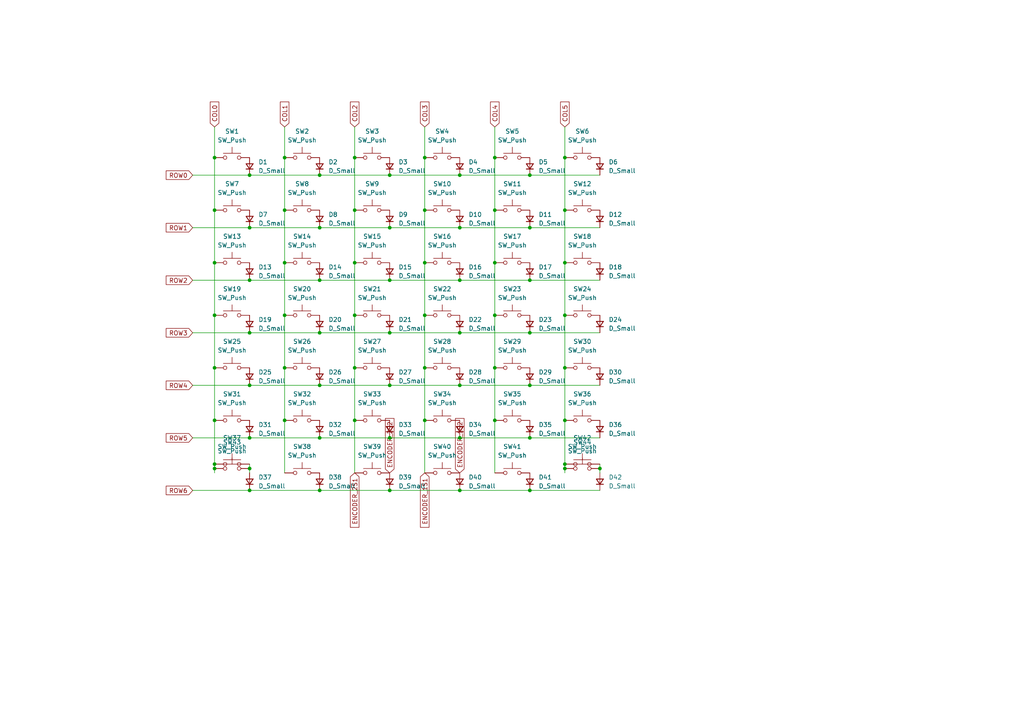
<source format=kicad_sch>
(kicad_sch (version 20230121) (generator eeschema)
  (paper "A4")
  (lib_symbols
    (symbol "Device:D_Small" (pin_numbers hide) (pin_names (offset 0.254) hide)
      (property "Reference" "D" (at -1.27 2.032 0))
      (property "Value" "D_Small" (at -3.81 -2.032 0))
      (symbol "D_Small_0_1"
        (polyline (pts (xy -0.762 -1.016) (xy -0.762 1.016)) (stroke (width 0.254)))
        (polyline (pts (xy -0.762 0) (xy 0.762 0)))
        (polyline (pts (xy 0.762 -1.016) (xy -0.762 0) (xy 0.762 1.016) (xy 0.762 -1.016)) (stroke (width 0.254)))
      )
      (symbol "D_Small_1_1"
        (pin passive line (at -2.54 0 0) (length 1.778) (name "K") (number "1"))
        (pin passive line (at 2.54 0 180) (length 1.778) (name "A") (number "2"))
      )
    )
    (symbol "Switch:SW_Push" (pin_numbers hide) (pin_names (offset 1.016) hide)
      (property "Reference" "SW" (at 1.27 2.54 0))
      (property "Value" "SW_Push" (at 0 -1.524 0))
      (symbol "SW_Push_0_1"
        (circle (center -2.032 0) (radius 0.508))
        (polyline (pts (xy 0 1.27) (xy 0 3.048)))
        (polyline (pts (xy 2.54 1.27) (xy -2.54 1.27)))
        (circle (center 2.032 0) (radius 0.508))
        (pin passive line (at -5.08 0 0) (length 2.54) (name "1") (number "1"))
        (pin passive line (at 5.08 0 180) (length 2.54) (name "2") (number "2"))
      )
    )
  )
  (junction (at 82.55 91.44))
  (junction (at 72.39 50.8))
  (junction (at 72.39 127))
  (junction (at 163.83 135.89))
  (junction (at 92.71 111.76))
  (junction (at 163.83 134.62))
  (junction (at 163.83 45.72))
  (junction (at 92.71 81.28))
  (junction (at 143.51 121.92))
  (junction (at 163.83 121.92))
  (junction (at 102.87 45.72))
  (junction (at 173.99 135.89))
  (junction (at 133.35 50.8))
  (junction (at 102.87 91.44))
  (junction (at 62.23 135.89))
  (junction (at 72.39 135.89))
  (junction (at 163.83 60.96))
  (junction (at 143.51 106.68))
  (junction (at 102.87 121.92))
  (junction (at 62.23 106.68))
  (junction (at 123.19 76.2))
  (junction (at 92.71 142.24))
  (junction (at 92.71 50.8))
  (junction (at 143.51 60.96))
  (junction (at 102.87 60.96))
  (junction (at 153.67 142.24))
  (junction (at 143.51 45.72))
  (junction (at 92.71 127))
  (junction (at 133.35 111.76))
  (junction (at 153.67 127))
  (junction (at 153.67 66.04))
  (junction (at 133.35 142.24))
  (junction (at 72.39 96.52))
  (junction (at 102.87 76.2))
  (junction (at 163.83 91.44))
  (junction (at 133.35 96.52))
  (junction (at 113.03 96.52))
  (junction (at 153.67 111.76))
  (junction (at 82.55 45.72))
  (junction (at 62.23 45.72))
  (junction (at 62.23 76.2))
  (junction (at 62.23 91.44))
  (junction (at 163.83 76.2))
  (junction (at 62.23 60.96))
  (junction (at 113.03 111.76))
  (junction (at 123.19 91.44))
  (junction (at 62.23 121.92))
  (junction (at 153.67 81.28))
  (junction (at 82.55 106.68))
  (junction (at 113.03 66.04))
  (junction (at 123.19 106.68))
  (junction (at 123.19 60.96))
  (junction (at 113.03 127))
  (junction (at 143.51 91.44))
  (junction (at 72.39 111.76))
  (junction (at 153.67 50.8))
  (junction (at 113.03 142.24))
  (junction (at 123.19 121.92))
  (junction (at 133.35 127))
  (junction (at 62.23 134.62))
  (junction (at 72.39 142.24))
  (junction (at 72.39 81.28))
  (junction (at 82.55 76.2))
  (junction (at 163.83 106.68))
  (junction (at 92.71 96.52))
  (junction (at 92.71 66.04))
  (junction (at 82.55 121.92))
  (junction (at 113.03 81.28))
  (junction (at 133.35 81.28))
  (junction (at 72.39 66.04))
  (junction (at 143.51 76.2))
  (junction (at 133.35 66.04))
  (junction (at 113.03 50.8))
  (junction (at 123.19 45.72))
  (junction (at 102.87 106.68))
  (junction (at 153.67 96.52))
  (junction (at 82.55 60.96))
  (wire (pts (xy 163.83 36.83) (xy 163.83 45.72)))
  (wire (pts (xy 153.67 66.04) (xy 173.99 66.04)))
  (wire (pts (xy 163.83 134.62) (xy 163.83 135.89)))
  (wire (pts (xy 92.71 142.24) (xy 113.03 142.24)))
  (wire (pts (xy 82.55 106.68) (xy 82.55 121.92)))
  (wire (pts (xy 62.23 76.2) (xy 62.23 91.44)))
  (wire (pts (xy 92.71 96.52) (xy 113.03 96.52)))
  (wire (pts (xy 153.67 96.52) (xy 173.99 96.52)))
  (wire (pts (xy 143.51 45.72) (xy 143.51 60.96)))
  (wire (pts (xy 102.87 106.68) (xy 102.87 121.92)))
  (wire (pts (xy 153.67 127) (xy 173.99 127)))
  (wire (pts (xy 163.83 135.89) (xy 163.83 137.16)))
  (wire (pts (xy 62.23 91.44) (xy 62.23 106.68)))
  (wire (pts (xy 163.83 106.68) (xy 163.83 121.92)))
  (wire (pts (xy 123.19 121.92) (xy 123.19 137.16)))
  (wire (pts (xy 92.71 50.8) (xy 113.03 50.8)))
  (wire (pts (xy 55.88 127) (xy 72.39 127)))
  (wire (pts (xy 102.87 45.72) (xy 102.87 60.96)))
  (wire (pts (xy 62.23 134.62) (xy 62.23 135.89)))
  (wire (pts (xy 82.55 76.2) (xy 82.55 91.44)))
  (wire (pts (xy 173.99 135.89) (xy 173.99 137.16)))
  (wire (pts (xy 72.39 66.04) (xy 92.71 66.04)))
  (wire (pts (xy 133.35 96.52) (xy 153.67 96.52)))
  (wire (pts (xy 133.35 142.24) (xy 153.67 142.24)))
  (wire (pts (xy 143.51 121.92) (xy 143.51 137.16)))
  (wire (pts (xy 82.55 60.96) (xy 82.55 76.2)))
  (wire (pts (xy 143.51 106.68) (xy 143.51 121.92)))
  (wire (pts (xy 133.35 50.8) (xy 153.67 50.8)))
  (wire (pts (xy 113.03 142.24) (xy 133.35 142.24)))
  (wire (pts (xy 133.35 111.76) (xy 153.67 111.76)))
  (wire (pts (xy 55.88 96.52) (xy 72.39 96.52)))
  (wire (pts (xy 153.67 111.76) (xy 173.99 111.76)))
  (wire (pts (xy 143.51 36.83) (xy 143.51 45.72)))
  (wire (pts (xy 72.39 127) (xy 92.71 127)))
  (wire (pts (xy 143.51 91.44) (xy 143.51 106.68)))
  (wire (pts (xy 163.83 91.44) (xy 163.83 106.68)))
  (wire (pts (xy 92.71 111.76) (xy 113.03 111.76)))
  (wire (pts (xy 113.03 127) (xy 133.35 127)))
  (wire (pts (xy 133.35 81.28) (xy 153.67 81.28)))
  (wire (pts (xy 62.23 135.89) (xy 62.23 137.16)))
  (wire (pts (xy 163.83 76.2) (xy 163.83 91.44)))
  (wire (pts (xy 62.23 45.72) (xy 62.23 60.96)))
  (wire (pts (xy 72.39 81.28) (xy 92.71 81.28)))
  (wire (pts (xy 133.35 66.04) (xy 153.67 66.04)))
  (wire (pts (xy 55.88 81.28) (xy 72.39 81.28)))
  (wire (pts (xy 72.39 111.76) (xy 92.71 111.76)))
  (wire (pts (xy 82.55 121.92) (xy 82.55 137.16)))
  (wire (pts (xy 62.23 106.68) (xy 62.23 121.92)))
  (wire (pts (xy 163.83 60.96) (xy 163.83 76.2)))
  (wire (pts (xy 62.23 60.96) (xy 62.23 76.2)))
  (wire (pts (xy 72.39 96.52) (xy 92.71 96.52)))
  (wire (pts (xy 113.03 50.8) (xy 133.35 50.8)))
  (wire (pts (xy 153.67 50.8) (xy 173.99 50.8)))
  (wire (pts (xy 82.55 91.44) (xy 82.55 106.68)))
  (wire (pts (xy 123.19 36.83) (xy 123.19 45.72)))
  (wire (pts (xy 163.83 121.92) (xy 163.83 134.62)))
  (wire (pts (xy 55.88 111.76) (xy 72.39 111.76)))
  (wire (pts (xy 123.19 45.72) (xy 123.19 60.96)))
  (wire (pts (xy 123.19 91.44) (xy 123.19 106.68)))
  (wire (pts (xy 82.55 45.72) (xy 82.55 60.96)))
  (wire (pts (xy 72.39 134.62) (xy 72.39 135.89)))
  (wire (pts (xy 55.88 50.8) (xy 72.39 50.8)))
  (wire (pts (xy 113.03 81.28) (xy 133.35 81.28)))
  (wire (pts (xy 163.83 45.72) (xy 163.83 60.96)))
  (wire (pts (xy 123.19 76.2) (xy 123.19 91.44)))
  (wire (pts (xy 102.87 36.83) (xy 102.87 45.72)))
  (wire (pts (xy 62.23 121.92) (xy 62.23 134.62)))
  (wire (pts (xy 123.19 60.96) (xy 123.19 76.2)))
  (wire (pts (xy 173.99 134.62) (xy 173.99 135.89)))
  (wire (pts (xy 55.88 142.24) (xy 72.39 142.24)))
  (wire (pts (xy 55.88 66.04) (xy 72.39 66.04)))
  (wire (pts (xy 153.67 81.28) (xy 173.99 81.28)))
  (wire (pts (xy 153.67 142.24) (xy 173.99 142.24)))
  (wire (pts (xy 72.39 142.24) (xy 92.71 142.24)))
  (wire (pts (xy 82.55 36.83) (xy 82.55 45.72)))
  (wire (pts (xy 102.87 121.92) (xy 102.87 137.16)))
  (wire (pts (xy 92.71 81.28) (xy 113.03 81.28)))
  (wire (pts (xy 143.51 60.96) (xy 143.51 76.2)))
  (wire (pts (xy 102.87 91.44) (xy 102.87 106.68)))
  (wire (pts (xy 113.03 66.04) (xy 133.35 66.04)))
  (wire (pts (xy 102.87 60.96) (xy 102.87 76.2)))
  (wire (pts (xy 143.51 76.2) (xy 143.51 91.44)))
  (wire (pts (xy 72.39 50.8) (xy 92.71 50.8)))
  (wire (pts (xy 92.71 66.04) (xy 113.03 66.04)))
  (wire (pts (xy 123.19 106.68) (xy 123.19 121.92)))
  (wire (pts (xy 102.87 76.2) (xy 102.87 91.44)))
  (wire (pts (xy 62.23 36.83) (xy 62.23 45.72)))
  (wire (pts (xy 92.71 127) (xy 113.03 127)))
  (wire (pts (xy 113.03 96.52) (xy 133.35 96.52)))
  (wire (pts (xy 72.39 135.89) (xy 72.39 137.16)))
  (wire (pts (xy 133.35 127) (xy 153.67 127)))
  (wire (pts (xy 113.03 111.76) (xy 133.35 111.76)))
  (global_label "ROW5" (shape input) (at 55.88 127 180) (property "Intersheetrefs" "${INTERSHEET_REFS}" (effects hide)))
  (global_label "ENCODER_2S2" (shape input) (at 113.03 137.16 90) (property "Intersheetrefs" "${INTERSHEET_REFS}" (effects hide)))
  (global_label "COL0" (shape input) (at 62.23 36.83 90) (property "Intersheetrefs" "${INTERSHEET_REFS}" (effects hide)))
  (global_label "COL3" (shape input) (at 123.19 36.83 90) (property "Intersheetrefs" "${INTERSHEET_REFS}" (effects hide)))
  (global_label "ROW1" (shape input) (at 55.88 66.04 180) (property "Intersheetrefs" "${INTERSHEET_REFS}" (effects hide)))
  (global_label "COL2" (shape input) (at 102.87 36.83 90) (property "Intersheetrefs" "${INTERSHEET_REFS}" (effects hide)))
  (global_label "ROW6" (shape input) (at 55.88 142.24 180) (property "Intersheetrefs" "${INTERSHEET_REFS}" (effects hide)))
  (global_label "ENCODER_1S2" (shape input) (at 133.35 137.16 90) (property "Intersheetrefs" "${INTERSHEET_REFS}" (effects hide)))
  (global_label "ROW0" (shape input) (at 55.88 50.8 180) (property "Intersheetrefs" "${INTERSHEET_REFS}" (effects hide)))
  (global_label "COL1" (shape input) (at 82.55 36.83 90) (property "Intersheetrefs" "${INTERSHEET_REFS}" (effects hide)))
  (global_label "COL4" (shape input) (at 143.51 36.83 90) (property "Intersheetrefs" "${INTERSHEET_REFS}" (effects hide)))
  (global_label "COL5" (shape input) (at 163.83 36.83 90) (property "Intersheetrefs" "${INTERSHEET_REFS}" (effects hide)))
  (global_label "ENCODER_2S1" (shape input) (at 102.87 137.16 270) (property "Intersheetrefs" "${INTERSHEET_REFS}" (effects hide)))
  (global_label "ROW2" (shape input) (at 55.88 81.28 180) (property "Intersheetrefs" "${INTERSHEET_REFS}" (effects hide)))
  (global_label "ENCODER_1S1" (shape input) (at 123.19 137.16 270) (property "Intersheetrefs" "${INTERSHEET_REFS}" (effects hide)))
  (global_label "ROW4" (shape input) (at 55.88 111.76 180) (property "Intersheetrefs" "${INTERSHEET_REFS}" (effects hide)))
  (global_label "ROW3" (shape input) (at 55.88 96.52 180) (property "Intersheetrefs" "${INTERSHEET_REFS}" (effects hide)))
  (symbol (lib_id "Switch:SW_Push") (at 107.95 121.92 0) (unit 1)
    (property "Reference" "SW33" (at 107.95 114.3 0))
    (property "Value" "SW_Push" (at 107.95 116.84 0))
    (property "Footprint" "MX_Only:MXOnly-1U-NoLED" (effects hide))
  )
  (symbol (lib_id "Switch:SW_Push") (at 107.95 45.72 0) (unit 1)
    (property "Reference" "SW3" (at 107.95 38.1 0))
    (property "Value" "SW_Push" (at 107.95 40.64 0))
    (property "Footprint" "MX_Only:MXOnly-1U-NoLED" (effects hide))
  )
  (symbol (lib_id "Switch:SW_Push") (at 148.59 121.92 0) (unit 1)
    (property "Reference" "SW35" (at 148.59 114.3 0))
    (property "Value" "SW_Push" (at 148.59 116.84 0))
    (property "Footprint" "MX_Only:MXOnly-1U-NoLED" (effects hide))
  )
  (symbol (lib_id "Switch:SW_Push") (at 148.59 76.2 0) (unit 1)
    (property "Reference" "SW17" (at 148.59 68.58 0))
    (property "Value" "SW_Push" (at 148.59 71.12 0))
    (property "Footprint" "MX_Only:MXOnly-1U-NoLED" (effects hide))
  )
  (symbol (lib_id "Switch:SW_Push") (at 128.27 76.2 0) (unit 1)
    (property "Reference" "SW16" (at 128.27 68.58 0))
    (property "Value" "SW_Push" (at 128.27 71.12 0))
    (property "Footprint" "MX_Only:MXOnly-1U-NoLED" (effects hide))
  )
  (symbol (lib_id "Device:D_Small") (at 153.67 63.5 90) (unit 1)
    (property "Reference" "D11" (at 156.21 62.23 90) (effects (justify right)))
    (property "Value" "D_Small" (at 156.21 64.77 90) (effects (justify right)))
    (property "Footprint" "acheron_Components:D_SOD-123" (effects hide))
    (property "Sim.Device" "D" (effects hide))
    (property "Sim.Pins" "1=K 2=A" (effects hide))
  )
  (symbol (lib_id "Switch:SW_Push") (at 67.31 106.68 0) (unit 1)
    (property "Reference" "SW25" (at 67.31 99.06 0))
    (property "Value" "SW_Push" (at 67.31 101.6 0))
    (property "Footprint" "MX_Only:MXOnly-1U-NoLED" (effects hide))
  )
  (symbol (lib_id "Switch:SW_Push") (at 168.91 91.44 0) (unit 1)
    (property "Reference" "SW24" (at 168.91 83.82 0))
    (property "Value" "SW_Push" (at 168.91 86.36 0))
    (property "Footprint" "MX_Only:MXOnly-1U-NoLED" (effects hide))
  )
  (symbol (lib_id "Device:D_Small") (at 92.71 93.98 90) (unit 1)
    (property "Reference" "D20" (at 95.25 92.71 90) (effects (justify right)))
    (property "Value" "D_Small" (at 95.25 95.25 90) (effects (justify right)))
    (property "Footprint" "acheron_Components:D_SOD-123" (effects hide))
    (property "Sim.Device" "D" (effects hide))
    (property "Sim.Pins" "1=K 2=A" (effects hide))
  )
  (symbol (lib_id "Device:D_Small") (at 113.03 124.46 90) (unit 1)
    (property "Reference" "D33" (at 115.57 123.19 90) (effects (justify right)))
    (property "Value" "D_Small" (at 115.57 125.73 90) (effects (justify right)))
    (property "Footprint" "acheron_Components:D_SOD-123" (effects hide))
    (property "Sim.Device" "D" (effects hide))
    (property "Sim.Pins" "1=K 2=A" (effects hide))
  )
  (symbol (lib_id "Switch:SW_Push") (at 128.27 106.68 0) (unit 1)
    (property "Reference" "SW28" (at 128.27 99.06 0))
    (property "Value" "SW_Push" (at 128.27 101.6 0))
    (property "Footprint" "MX_Only:MXOnly-1U-NoLED" (effects hide))
  )
  (symbol (lib_id "Device:D_Small") (at 113.03 139.7 90) (unit 1)
    (property "Reference" "D39" (at 115.57 138.43 90) (effects (justify right)))
    (property "Value" "D_Small" (at 115.57 140.97 90) (effects (justify right)))
    (property "Footprint" "acheron_Components:D_SOD-123" (effects hide))
    (property "Sim.Device" "D" (effects hide))
    (property "Sim.Pins" "1=K 2=A" (effects hide))
  )
  (symbol (lib_id "Device:D_Small") (at 92.71 48.26 90) (unit 1)
    (property "Reference" "D2" (at 95.25 46.99 90) (effects (justify right)))
    (property "Value" "D_Small" (at 95.25 49.53 90) (effects (justify right)))
    (property "Footprint" "acheron_Components:D_SOD-123" (effects hide))
    (property "Sim.Device" "D" (effects hide))
    (property "Sim.Pins" "1=K 2=A" (effects hide))
  )
  (symbol (lib_id "Device:D_Small") (at 92.71 63.5 90) (unit 1)
    (property "Reference" "D8" (at 95.25 62.23 90) (effects (justify right)))
    (property "Value" "D_Small" (at 95.25 64.77 90) (effects (justify right)))
    (property "Footprint" "acheron_Components:D_SOD-123" (effects hide))
    (property "Sim.Device" "D" (effects hide))
    (property "Sim.Pins" "1=K 2=A" (effects hide))
  )
  (symbol (lib_id "Switch:SW_Push") (at 107.95 76.2 0) (unit 1)
    (property "Reference" "SW15" (at 107.95 68.58 0))
    (property "Value" "SW_Push" (at 107.95 71.12 0))
    (property "Footprint" "MX_Only:MXOnly-1U-NoLED" (effects hide))
  )
  (symbol (lib_id "Switch:SW_Push") (at 67.31 60.96 0) (unit 1)
    (property "Reference" "SW7" (at 67.31 53.34 0))
    (property "Value" "SW_Push" (at 67.31 55.88 0))
    (property "Footprint" "MX_Only:MXOnly-1U-NoLED" (effects hide))
  )
  (symbol (lib_id "Device:D_Small") (at 113.03 109.22 90) (unit 1)
    (property "Reference" "D27" (at 115.57 107.95 90) (effects (justify right)))
    (property "Value" "D_Small" (at 115.57 110.49 90) (effects (justify right)))
    (property "Footprint" "acheron_Components:D_SOD-123" (effects hide))
    (property "Sim.Device" "D" (effects hide))
    (property "Sim.Pins" "1=K 2=A" (effects hide))
  )
  (symbol (lib_id "Device:D_Small") (at 72.39 93.98 90) (unit 1)
    (property "Reference" "D19" (at 74.93 92.71 90) (effects (justify right)))
    (property "Value" "D_Small" (at 74.93 95.25 90) (effects (justify right)))
    (property "Footprint" "acheron_Components:D_SOD-123" (effects hide))
    (property "Sim.Device" "D" (effects hide))
    (property "Sim.Pins" "1=K 2=A" (effects hide))
  )
  (symbol (lib_id "Switch:SW_Push") (at 87.63 91.44 0) (unit 1)
    (property "Reference" "SW20" (at 87.63 83.82 0))
    (property "Value" "SW_Push" (at 87.63 86.36 0))
    (property "Footprint" "MX_Only:MXOnly-1U-NoLED" (effects hide))
  )
  (symbol (lib_id "Device:D_Small") (at 153.67 48.26 90) (unit 1)
    (property "Reference" "D5" (at 156.21 46.99 90) (effects (justify right)))
    (property "Value" "D_Small" (at 156.21 49.53 90) (effects (justify right)))
    (property "Footprint" "acheron_Components:D_SOD-123" (effects hide))
    (property "Sim.Device" "D" (effects hide))
    (property "Sim.Pins" "1=K 2=A" (effects hide))
  )
  (symbol (lib_id "Device:D_Small") (at 173.99 109.22 90) (unit 1)
    (property "Reference" "D30" (at 176.53 107.95 90) (effects (justify right)))
    (property "Value" "D_Small" (at 176.53 110.49 90) (effects (justify right)))
    (property "Footprint" "acheron_Components:D_SOD-123" (effects hide))
    (property "Sim.Device" "D" (effects hide))
    (property "Sim.Pins" "1=K 2=A" (effects hide))
  )
  (symbol (lib_id "Switch:SW_Push") (at 107.95 137.16 0) (unit 1)
    (property "Reference" "SW39" (at 107.95 129.54 0))
    (property "Value" "SW_Push" (at 107.95 132.08 0))
    (property "Footprint" "MX_Only:MXOnly-1U-NoLED" (effects hide))
  )
  (symbol (lib_id "Switch:SW_Push") (at 168.91 134.62 0) (unit 1)
    (property "Reference" "SW42" (at 168.91 127 0))
    (property "Value" "SW_Push" (at 168.91 129.54 0))
    (property "Footprint" "MX_Only:MXOnly-1.25U-NoLED" (effects hide))
  )
  (symbol (lib_id "Device:D_Small") (at 173.99 48.26 90) (unit 1)
    (property "Reference" "D6" (at 176.53 46.99 90) (effects (justify right)))
    (property "Value" "D_Small" (at 176.53 49.53 90) (effects (justify right)))
    (property "Footprint" "acheron_Components:D_SOD-123" (effects hide))
    (property "Sim.Device" "D" (effects hide))
    (property "Sim.Pins" "1=K 2=A" (effects hide))
  )
  (symbol (lib_id "Device:D_Small") (at 72.39 63.5 90) (unit 1)
    (property "Reference" "D7" (at 74.93 62.23 90) (effects (justify right)))
    (property "Value" "D_Small" (at 74.93 64.77 90) (effects (justify right)))
    (property "Footprint" "acheron_Components:D_SOD-123" (effects hide))
    (property "Sim.Device" "D" (effects hide))
    (property "Sim.Pins" "1=K 2=A" (effects hide))
  )
  (symbol (lib_id "Switch:SW_Push") (at 148.59 137.16 0) (unit 1)
    (property "Reference" "SW41" (at 148.59 129.54 0))
    (property "Value" "SW_Push" (at 148.59 132.08 0))
    (property "Footprint" "MX_Only:MXOnly-1U-NoLED" (effects hide))
  )
  (symbol (lib_id "Device:D_Small") (at 173.99 63.5 90) (unit 1)
    (property "Reference" "D12" (at 176.53 62.23 90) (effects (justify right)))
    (property "Value" "D_Small" (at 176.53 64.77 90) (effects (justify right)))
    (property "Footprint" "acheron_Components:D_SOD-123" (effects hide))
    (property "Sim.Device" "D" (effects hide))
    (property "Sim.Pins" "1=K 2=A" (effects hide))
  )
  (symbol (lib_id "Switch:SW_Push") (at 128.27 45.72 0) (unit 1)
    (property "Reference" "SW4" (at 128.27 38.1 0))
    (property "Value" "SW_Push" (at 128.27 40.64 0))
    (property "Footprint" "MX_Only:MXOnly-1U-NoLED" (effects hide))
  )
  (symbol (lib_id "Switch:SW_Push") (at 87.63 76.2 0) (unit 1)
    (property "Reference" "SW14" (at 87.63 68.58 0))
    (property "Value" "SW_Push" (at 87.63 71.12 0))
    (property "Footprint" "MX_Only:MXOnly-1U-NoLED" (effects hide))
  )
  (symbol (lib_id "Switch:SW_Push") (at 148.59 45.72 0) (unit 1)
    (property "Reference" "SW5" (at 148.59 38.1 0))
    (property "Value" "SW_Push" (at 148.59 40.64 0))
    (property "Footprint" "MX_Only:MXOnly-1U-NoLED" (effects hide))
  )
  (symbol (lib_id "Device:D_Small") (at 133.35 139.7 90) (unit 1)
    (property "Reference" "D40" (at 135.89 138.43 90) (effects (justify right)))
    (property "Value" "D_Small" (at 135.89 140.97 90) (effects (justify right)))
    (property "Footprint" "acheron_Components:D_SOD-123" (effects hide))
    (property "Sim.Device" "D" (effects hide))
    (property "Sim.Pins" "1=K 2=A" (effects hide))
  )
  (symbol (lib_id "Device:D_Small") (at 72.39 48.26 90) (unit 1)
    (property "Reference" "D1" (at 74.93 46.99 90) (effects (justify right)))
    (property "Value" "D_Small" (at 74.93 49.53 90) (effects (justify right)))
    (property "Footprint" "acheron_Components:D_SOD-123" (effects hide))
    (property "Sim.Device" "D" (effects hide))
    (property "Sim.Pins" "1=K 2=A" (effects hide))
  )
  (symbol (lib_id "Device:D_Small") (at 113.03 63.5 90) (unit 1)
    (property "Reference" "D9" (at 115.57 62.23 90) (effects (justify right)))
    (property "Value" "D_Small" (at 115.57 64.77 90) (effects (justify right)))
    (property "Footprint" "acheron_Components:D_SOD-123" (effects hide))
    (property "Sim.Device" "D" (effects hide))
    (property "Sim.Pins" "1=K 2=A" (effects hide))
  )
  (symbol (lib_id "Device:D_Small") (at 113.03 93.98 90) (unit 1)
    (property "Reference" "D21" (at 115.57 92.71 90) (effects (justify right)))
    (property "Value" "D_Small" (at 115.57 95.25 90) (effects (justify right)))
    (property "Footprint" "acheron_Components:D_SOD-123" (effects hide))
    (property "Sim.Device" "D" (effects hide))
    (property "Sim.Pins" "1=K 2=A" (effects hide))
  )
  (symbol (lib_id "Device:D_Small") (at 133.35 109.22 90) (unit 1)
    (property "Reference" "D28" (at 135.89 107.95 90) (effects (justify right)))
    (property "Value" "D_Small" (at 135.89 110.49 90) (effects (justify right)))
    (property "Footprint" "acheron_Components:D_SOD-123" (effects hide))
    (property "Sim.Device" "D" (effects hide))
    (property "Sim.Pins" "1=K 2=A" (effects hide))
  )
  (symbol (lib_id "Switch:SW_Push") (at 128.27 137.16 0) (unit 1)
    (property "Reference" "SW40" (at 128.27 129.54 0))
    (property "Value" "SW_Push" (at 128.27 132.08 0))
    (property "Footprint" "MX_Only:MXOnly-1U-NoLED" (effects hide))
  )
  (symbol (lib_id "Device:D_Small") (at 133.35 78.74 90) (unit 1)
    (property "Reference" "D16" (at 135.89 77.47 90) (effects (justify right)))
    (property "Value" "D_Small" (at 135.89 80.01 90) (effects (justify right)))
    (property "Footprint" "acheron_Components:D_SOD-123" (effects hide))
    (property "Sim.Device" "D" (effects hide))
    (property "Sim.Pins" "1=K 2=A" (effects hide))
  )
  (symbol (lib_id "Device:D_Small") (at 72.39 124.46 90) (unit 1)
    (property "Reference" "D31" (at 74.93 123.19 90) (effects (justify right)))
    (property "Value" "D_Small" (at 74.93 125.73 90) (effects (justify right)))
    (property "Footprint" "acheron_Components:D_SOD-123" (effects hide))
    (property "Sim.Device" "D" (effects hide))
    (property "Sim.Pins" "1=K 2=A" (effects hide))
  )
  (symbol (lib_id "Device:D_Small") (at 72.39 139.7 90) (unit 1)
    (property "Reference" "D37" (at 74.93 138.43 90) (effects (justify right)))
    (property "Value" "D_Small" (at 74.93 140.97 90) (effects (justify right)))
    (property "Footprint" "acheron_Components:D_SOD-123" (effects hide))
    (property "Sim.Device" "D" (effects hide))
    (property "Sim.Pins" "1=K 2=A" (effects hide))
  )
  (symbol (lib_id "Switch:SW_Push") (at 107.95 91.44 0) (unit 1)
    (property "Reference" "SW21" (at 107.95 83.82 0))
    (property "Value" "SW_Push" (at 107.95 86.36 0))
    (property "Footprint" "MX_Only:MXOnly-1U-NoLED" (effects hide))
  )
  (symbol (lib_id "Switch:SW_Push") (at 128.27 91.44 0) (unit 1)
    (property "Reference" "SW22" (at 128.27 83.82 0))
    (property "Value" "SW_Push" (at 128.27 86.36 0))
    (property "Footprint" "MX_Only:MXOnly-1U-NoLED" (effects hide))
  )
  (symbol (lib_id "Switch:SW_Push") (at 107.95 106.68 0) (unit 1)
    (property "Reference" "SW27" (at 107.95 99.06 0))
    (property "Value" "SW_Push" (at 107.95 101.6 0))
    (property "Footprint" "MX_Only:MXOnly-1U-NoLED" (effects hide))
  )
  (symbol (lib_id "Device:D_Small") (at 133.35 63.5 90) (unit 1)
    (property "Reference" "D10" (at 135.89 62.23 90) (effects (justify right)))
    (property "Value" "D_Small" (at 135.89 64.77 90) (effects (justify right)))
    (property "Footprint" "acheron_Components:D_SOD-123" (effects hide))
    (property "Sim.Device" "D" (effects hide))
    (property "Sim.Pins" "1=K 2=A" (effects hide))
  )
  (symbol (lib_id "Device:D_Small") (at 173.99 78.74 90) (unit 1)
    (property "Reference" "D18" (at 176.53 77.47 90) (effects (justify right)))
    (property "Value" "D_Small" (at 176.53 80.01 90) (effects (justify right)))
    (property "Footprint" "acheron_Components:D_SOD-123" (effects hide))
    (property "Sim.Device" "D" (effects hide))
    (property "Sim.Pins" "1=K 2=A" (effects hide))
  )
  (symbol (lib_id "Device:D_Small") (at 72.39 78.74 90) (unit 1)
    (property "Reference" "D13" (at 74.93 77.47 90) (effects (justify right)))
    (property "Value" "D_Small" (at 74.93 80.01 90) (effects (justify right)))
    (property "Footprint" "acheron_Components:D_SOD-123" (effects hide))
    (property "Sim.Device" "D" (effects hide))
    (property "Sim.Pins" "1=K 2=A" (effects hide))
  )
  (symbol (lib_id "Device:D_Small") (at 113.03 48.26 90) (unit 1)
    (property "Reference" "D3" (at 115.57 46.99 90) (effects (justify right)))
    (property "Value" "D_Small" (at 115.57 49.53 90) (effects (justify right)))
    (property "Footprint" "acheron_Components:D_SOD-123" (effects hide))
    (property "Sim.Device" "D" (effects hide))
    (property "Sim.Pins" "1=K 2=A" (effects hide))
  )
  (symbol (lib_id "Switch:SW_Push") (at 107.95 60.96 0) (unit 1)
    (property "Reference" "SW9" (at 107.95 53.34 0))
    (property "Value" "SW_Push" (at 107.95 55.88 0))
    (property "Footprint" "MX_Only:MXOnly-1U-NoLED" (effects hide))
  )
  (symbol (lib_id "Device:D_Small") (at 153.67 139.7 90) (unit 1)
    (property "Reference" "D41" (at 156.21 138.43 90) (effects (justify right)))
    (property "Value" "D_Small" (at 156.21 140.97 90) (effects (justify right)))
    (property "Footprint" "acheron_Components:D_SOD-123" (effects hide))
    (property "Sim.Device" "D" (effects hide))
    (property "Sim.Pins" "1=K 2=A" (effects hide))
  )
  (symbol (lib_id "Switch:SW_Push") (at 67.31 76.2 0) (unit 1)
    (property "Reference" "SW13" (at 67.31 68.58 0))
    (property "Value" "SW_Push" (at 67.31 71.12 0))
    (property "Footprint" "MX_Only:MXOnly-1U-NoLED" (effects hide))
  )
  (symbol (lib_id "Switch:SW_Push") (at 87.63 106.68 0) (unit 1)
    (property "Reference" "SW26" (at 87.63 99.06 0))
    (property "Value" "SW_Push" (at 87.63 101.6 0))
    (property "Footprint" "MX_Only:MXOnly-1U-NoLED" (effects hide))
  )
  (symbol (lib_id "Switch:SW_Push") (at 87.63 137.16 0) (unit 1)
    (property "Reference" "SW38" (at 87.63 129.54 0))
    (property "Value" "SW_Push" (at 87.63 132.08 0))
    (property "Footprint" "MX_Only:MXOnly-1U-NoLED" (effects hide))
  )
  (symbol (lib_id "Switch:SW_Push") (at 168.91 121.92 0) (unit 1)
    (property "Reference" "SW36" (at 168.91 114.3 0))
    (property "Value" "SW_Push" (at 168.91 116.84 0))
    (property "Footprint" "MX_Only:MXOnly-1U-NoLED" (effects hide))
  )
  (symbol (lib_id "Switch:SW_Push") (at 67.31 91.44 0) (unit 1)
    (property "Reference" "SW19" (at 67.31 83.82 0))
    (property "Value" "SW_Push" (at 67.31 86.36 0))
    (property "Footprint" "MX_Only:MXOnly-1U-NoLED" (effects hide))
  )
  (symbol (lib_id "Device:D_Small") (at 173.99 139.7 90) (unit 1)
    (property "Reference" "D42" (at 176.53 138.43 90) (effects (justify right)))
    (property "Value" "D_Small" (at 176.53 140.97 90) (effects (justify right)))
    (property "Footprint" "acheron_Components:D_SOD-123" (effects hide))
    (property "Sim.Device" "D" (effects hide))
    (property "Sim.Pins" "1=K 2=A" (effects hide))
  )
  (symbol (lib_id "Switch:SW_Push") (at 87.63 45.72 0) (unit 1)
    (property "Reference" "SW2" (at 87.63 38.1 0))
    (property "Value" "SW_Push" (at 87.63 40.64 0))
    (property "Footprint" "MX_Only:MXOnly-1U-NoLED" (effects hide))
  )
  (symbol (lib_id "Switch:SW_Push") (at 148.59 106.68 0) (unit 1)
    (property "Reference" "SW29" (at 148.59 99.06 0))
    (property "Value" "SW_Push" (at 148.59 101.6 0))
    (property "Footprint" "MX_Only:MXOnly-1U-NoLED" (effects hide))
  )
  (symbol (lib_id "Switch:SW_Push") (at 148.59 91.44 0) (unit 1)
    (property "Reference" "SW23" (at 148.59 83.82 0))
    (property "Value" "SW_Push" (at 148.59 86.36 0))
    (property "Footprint" "MX_Only:MXOnly-1U-NoLED" (effects hide))
  )
  (symbol (lib_id "Switch:SW_Push") (at 67.31 45.72 0) (unit 1)
    (property "Reference" "SW1" (at 67.31 38.1 0))
    (property "Value" "SW_Push" (at 67.31 40.64 0))
    (property "Footprint" "MX_Only:MXOnly-1U-NoLED" (effects hide))
  )
  (symbol (lib_id "Device:D_Small") (at 92.71 124.46 90) (unit 1)
    (property "Reference" "D32" (at 95.25 123.19 90) (effects (justify right)))
    (property "Value" "D_Small" (at 95.25 125.73 90) (effects (justify right)))
    (property "Footprint" "acheron_Components:D_SOD-123" (effects hide))
    (property "Sim.Device" "D" (effects hide))
    (property "Sim.Pins" "1=K 2=A" (effects hide))
  )
  (symbol (lib_id "Switch:SW_Push") (at 128.27 60.96 0) (unit 1)
    (property "Reference" "SW10" (at 128.27 53.34 0))
    (property "Value" "SW_Push" (at 128.27 55.88 0))
    (property "Footprint" "MX_Only:MXOnly-1U-NoLED" (effects hide))
  )
  (symbol (lib_id "Switch:SW_Push") (at 67.31 121.92 0) (unit 1)
    (property "Reference" "SW31" (at 67.31 114.3 0))
    (property "Value" "SW_Push" (at 67.31 116.84 0))
    (property "Footprint" "MX_Only:MXOnly-1U-NoLED" (effects hide))
  )
  (symbol (lib_id "Device:D_Small") (at 113.03 78.74 90) (unit 1)
    (property "Reference" "D15" (at 115.57 77.47 90) (effects (justify right)))
    (property "Value" "D_Small" (at 115.57 80.01 90) (effects (justify right)))
    (property "Footprint" "acheron_Components:D_SOD-123" (effects hide))
    (property "Sim.Device" "D" (effects hide))
    (property "Sim.Pins" "1=K 2=A" (effects hide))
  )
  (symbol (lib_id "Device:D_Small") (at 153.67 78.74 90) (unit 1)
    (property "Reference" "D17" (at 156.21 77.47 90) (effects (justify right)))
    (property "Value" "D_Small" (at 156.21 80.01 90) (effects (justify right)))
    (property "Footprint" "acheron_Components:D_SOD-123" (effects hide))
    (property "Sim.Device" "D" (effects hide))
    (property "Sim.Pins" "1=K 2=A" (effects hide))
  )
  (symbol (lib_id "Device:D_Small") (at 133.35 48.26 90) (unit 1)
    (property "Reference" "D4" (at 135.89 46.99 90) (effects (justify right)))
    (property "Value" "D_Small" (at 135.89 49.53 90) (effects (justify right)))
    (property "Footprint" "acheron_Components:D_SOD-123" (effects hide))
    (property "Sim.Device" "D" (effects hide))
    (property "Sim.Pins" "1=K 2=A" (effects hide))
  )
  (symbol (lib_id "Switch:SW_Push") (at 87.63 60.96 0) (unit 1)
    (property "Reference" "SW8" (at 87.63 53.34 0))
    (property "Value" "SW_Push" (at 87.63 55.88 0))
    (property "Footprint" "MX_Only:MXOnly-1U-NoLED" (effects hide))
  )
  (symbol (lib_id "Device:D_Small") (at 92.71 109.22 90) (unit 1)
    (property "Reference" "D26" (at 95.25 107.95 90) (effects (justify right)))
    (property "Value" "D_Small" (at 95.25 110.49 90) (effects (justify right)))
    (property "Footprint" "acheron_Components:D_SOD-123" (effects hide))
    (property "Sim.Device" "D" (effects hide))
    (property "Sim.Pins" "1=K 2=A" (effects hide))
  )
  (symbol (lib_id "Switch:SW_Push") (at 67.31 135.89 0) (unit 1)
    (property "Reference" "SW43" (at 67.31 128.27 0))
    (property "Value" "SW_Push" (at 67.31 130.81 0))
    (property "Footprint" "MX_Only:MXOnly-2.25U-ReversedStabilizers-NoLED" (effects hide))
  )
  (symbol (lib_id "Device:D_Small") (at 133.35 124.46 90) (unit 1)
    (property "Reference" "D34" (at 135.89 123.19 90) (effects (justify right)))
    (property "Value" "D_Small" (at 135.89 125.73 90) (effects (justify right)))
    (property "Footprint" "acheron_Components:D_SOD-123" (effects hide))
    (property "Sim.Device" "D" (effects hide))
    (property "Sim.Pins" "1=K 2=A" (effects hide))
  )
  (symbol (lib_id "Switch:SW_Push") (at 168.91 135.89 0) (unit 1)
    (property "Reference" "SW44" (at 168.91 128.27 0))
    (property "Value" "SW_Push" (at 168.91 130.81 0))
    (property "Footprint" "MX_Only:MXOnly-2.25U-ReversedStabilizers-NoLED" (effects hide))
  )
  (symbol (lib_id "Switch:SW_Push") (at 87.63 121.92 0) (unit 1)
    (property "Reference" "SW32" (at 87.63 114.3 0))
    (property "Value" "SW_Push" (at 87.63 116.84 0))
    (property "Footprint" "MX_Only:MXOnly-1U-NoLED" (effects hide))
  )
  (symbol (lib_id "Device:D_Small") (at 153.67 93.98 90) (unit 1)
    (property "Reference" "D23" (at 156.21 92.71 90) (effects (justify right)))
    (property "Value" "D_Small" (at 156.21 95.25 90) (effects (justify right)))
    (property "Footprint" "acheron_Components:D_SOD-123" (effects hide))
    (property "Sim.Device" "D" (effects hide))
    (property "Sim.Pins" "1=K 2=A" (effects hide))
  )
  (symbol (lib_id "Switch:SW_Push") (at 67.31 134.62 0) (unit 1)
    (property "Reference" "SW37" (at 67.31 127 0))
    (property "Value" "SW_Push" (at 67.31 129.54 0))
    (property "Footprint" "MX_Only:MXOnly-1.25U-NoLED" (effects hide))
  )
  (symbol (lib_id "Device:D_Small") (at 173.99 124.46 90) (unit 1)
    (property "Reference" "D36" (at 176.53 123.19 90) (effects (justify right)))
    (property "Value" "D_Small" (at 176.53 125.73 90) (effects (justify right)))
    (property "Footprint" "acheron_Components:D_SOD-123" (effects hide))
    (property "Sim.Device" "D" (effects hide))
    (property "Sim.Pins" "1=K 2=A" (effects hide))
  )
  (symbol (lib_id "Device:D_Small") (at 92.71 78.74 90) (unit 1)
    (property "Reference" "D14" (at 95.25 77.47 90) (effects (justify right)))
    (property "Value" "D_Small" (at 95.25 80.01 90) (effects (justify right)))
    (property "Footprint" "acheron_Components:D_SOD-123" (effects hide))
    (property "Sim.Device" "D" (effects hide))
    (property "Sim.Pins" "1=K 2=A" (effects hide))
  )
  (symbol (lib_id "Switch:SW_Push") (at 168.91 60.96 0) (unit 1)
    (property "Reference" "SW12" (at 168.91 53.34 0))
    (property "Value" "SW_Push" (at 168.91 55.88 0))
    (property "Footprint" "MX_Only:MXOnly-1U-NoLED" (effects hide))
  )
  (symbol (lib_id "Switch:SW_Push") (at 128.27 121.92 0) (unit 1)
    (property "Reference" "SW34" (at 128.27 114.3 0))
    (property "Value" "SW_Push" (at 128.27 116.84 0))
    (property "Footprint" "MX_Only:MXOnly-1U-NoLED" (effects hide))
  )
  (symbol (lib_id "Device:D_Small") (at 153.67 109.22 90) (unit 1)
    (property "Reference" "D29" (at 156.21 107.95 90) (effects (justify right)))
    (property "Value" "D_Small" (at 156.21 110.49 90) (effects (justify right)))
    (property "Footprint" "acheron_Components:D_SOD-123" (effects hide))
    (property "Sim.Device" "D" (effects hide))
    (property "Sim.Pins" "1=K 2=A" (effects hide))
  )
  (symbol (lib_id "Switch:SW_Push") (at 168.91 45.72 0) (unit 1)
    (property "Reference" "SW6" (at 168.91 38.1 0))
    (property "Value" "SW_Push" (at 168.91 40.64 0))
    (property "Footprint" "MX_Only:MXOnly-1U-NoLED" (effects hide))
  )
  (symbol (lib_id "Switch:SW_Push") (at 148.59 60.96 0) (unit 1)
    (property "Reference" "SW11" (at 148.59 53.34 0))
    (property "Value" "SW_Push" (at 148.59 55.88 0))
    (property "Footprint" "MX_Only:MXOnly-1U-NoLED" (effects hide))
  )
  (symbol (lib_id "Device:D_Small") (at 153.67 124.46 90) (unit 1)
    (property "Reference" "D35" (at 156.21 123.19 90) (effects (justify right)))
    (property "Value" "D_Small" (at 156.21 125.73 90) (effects (justify right)))
    (property "Footprint" "acheron_Components:D_SOD-123" (effects hide))
    (property "Sim.Device" "D" (effects hide))
    (property "Sim.Pins" "1=K 2=A" (effects hide))
  )
  (symbol (lib_id "Device:D_Small") (at 173.99 93.98 90) (unit 1)
    (property "Reference" "D24" (at 176.53 92.71 90) (effects (justify right)))
    (property "Value" "D_Small" (at 176.53 95.25 90) (effects (justify right)))
    (property "Footprint" "acheron_Components:D_SOD-123" (effects hide))
    (property "Sim.Device" "D" (effects hide))
    (property "Sim.Pins" "1=K 2=A" (effects hide))
  )
  (symbol (lib_id "Device:D_Small") (at 133.35 93.98 90) (unit 1)
    (property "Reference" "D22" (at 135.89 92.71 90) (effects (justify right)))
    (property "Value" "D_Small" (at 135.89 95.25 90) (effects (justify right)))
    (property "Footprint" "acheron_Components:D_SOD-123" (effects hide))
    (property "Sim.Device" "D" (effects hide))
    (property "Sim.Pins" "1=K 2=A" (effects hide))
  )
  (symbol (lib_id "Switch:SW_Push") (at 168.91 76.2 0) (unit 1)
    (property "Reference" "SW18" (at 168.91 68.58 0))
    (property "Value" "SW_Push" (at 168.91 71.12 0))
    (property "Footprint" "MX_Only:MXOnly-1U-NoLED" (effects hide))
  )
  (symbol (lib_id "Device:D_Small") (at 72.39 109.22 90) (unit 1)
    (property "Reference" "D25" (at 74.93 107.95 90) (effects (justify right)))
    (property "Value" "D_Small" (at 74.93 110.49 90) (effects (justify right)))
    (property "Footprint" "acheron_Components:D_SOD-123" (effects hide))
    (property "Sim.Device" "D" (effects hide))
    (property "Sim.Pins" "1=K 2=A" (effects hide))
  )
  (symbol (lib_id "Switch:SW_Push") (at 168.91 106.68 0) (unit 1)
    (property "Reference" "SW30" (at 168.91 99.06 0))
    (property "Value" "SW_Push" (at 168.91 101.6 0))
    (property "Footprint" "MX_Only:MXOnly-1U-NoLED" (effects hide))
  )
  (symbol (lib_id "Device:D_Small") (at 92.71 139.7 90) (unit 1)
    (property "Reference" "D38" (at 95.25 138.43 90) (effects (justify right)))
    (property "Value" "D_Small" (at 95.25 140.97 90) (effects (justify right)))
    (property "Footprint" "acheron_Components:D_SOD-123" (effects hide))
    (property "Sim.Device" "D" (effects hide))
    (property "Sim.Pins" "1=K 2=A" (effects hide))
  )
)
</source>
